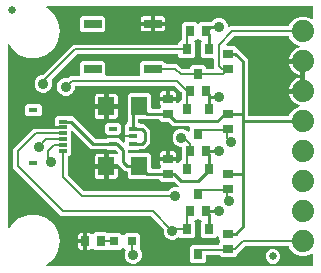
<source format=gbr>
G04 EAGLE Gerber RS-274X export*
G75*
%MOMM*%
%FSLAX34Y34*%
%LPD*%
%INTop Copper*%
%IPPOS*%
%AMOC8*
5,1,8,0,0,1.08239X$1,22.5*%
G01*
%ADD10R,0.800000X0.300000*%
%ADD11R,0.800000X0.400000*%
%ADD12R,0.900000X0.700000*%
%ADD13R,1.400000X1.600000*%
%ADD14R,0.750000X0.400000*%
%ADD15R,0.800000X0.900000*%
%ADD16R,0.700000X0.900000*%
%ADD17R,1.524000X0.762000*%
%ADD18R,0.800000X0.800000*%
%ADD19C,1.879600*%
%ADD20C,0.635000*%
%ADD21C,0.254000*%
%ADD22C,0.889000*%
%ADD23C,0.203200*%

G36*
X261482Y4073D02*
X261482Y4073D01*
X261540Y4071D01*
X261622Y4093D01*
X261706Y4105D01*
X261759Y4128D01*
X261815Y4143D01*
X261888Y4186D01*
X261965Y4221D01*
X262010Y4258D01*
X262060Y4288D01*
X262118Y4350D01*
X262182Y4404D01*
X262215Y4453D01*
X262254Y4495D01*
X262293Y4571D01*
X262340Y4641D01*
X262358Y4696D01*
X262384Y4748D01*
X262395Y4816D01*
X262426Y4912D01*
X262428Y5011D01*
X262440Y5079D01*
X262447Y13907D01*
X262431Y14021D01*
X262421Y14135D01*
X262412Y14161D01*
X262408Y14188D01*
X262361Y14293D01*
X262319Y14401D01*
X262303Y14423D01*
X262292Y14448D01*
X262218Y14535D01*
X262148Y14628D01*
X262126Y14644D01*
X262108Y14665D01*
X262013Y14729D01*
X261920Y14798D01*
X261895Y14807D01*
X261872Y14822D01*
X261762Y14857D01*
X261654Y14898D01*
X261627Y14900D01*
X261601Y14909D01*
X261486Y14912D01*
X261371Y14921D01*
X261347Y14915D01*
X261317Y14916D01*
X261055Y14848D01*
X261044Y14845D01*
X256476Y12953D01*
X251524Y12953D01*
X246949Y14848D01*
X243448Y18349D01*
X242471Y20709D01*
X242470Y20710D01*
X242470Y20711D01*
X242400Y20829D01*
X242327Y20953D01*
X242325Y20954D01*
X242325Y20956D01*
X242221Y21053D01*
X242120Y21149D01*
X242118Y21149D01*
X242117Y21150D01*
X241991Y21215D01*
X241867Y21279D01*
X241866Y21279D01*
X241864Y21280D01*
X241849Y21282D01*
X241588Y21334D01*
X241558Y21331D01*
X241533Y21335D01*
X205304Y21335D01*
X205218Y21323D01*
X205130Y21320D01*
X205078Y21303D01*
X205023Y21295D01*
X204943Y21260D01*
X204860Y21233D01*
X204820Y21205D01*
X204763Y21179D01*
X204650Y21083D01*
X204586Y21038D01*
X198346Y14798D01*
X198294Y14728D01*
X198234Y14664D01*
X198208Y14615D01*
X198175Y14571D01*
X198144Y14489D01*
X198104Y14411D01*
X198096Y14363D01*
X198074Y14305D01*
X198062Y14157D01*
X198060Y14149D01*
X196263Y12351D01*
X184737Y12351D01*
X183671Y13418D01*
X183601Y13470D01*
X183537Y13530D01*
X183487Y13556D01*
X183443Y13589D01*
X183362Y13620D01*
X183284Y13660D01*
X183236Y13668D01*
X183178Y13690D01*
X183030Y13702D01*
X182953Y13715D01*
X173164Y13715D01*
X173106Y13707D01*
X173048Y13709D01*
X172966Y13687D01*
X172882Y13675D01*
X172829Y13652D01*
X172773Y13637D01*
X172700Y13594D01*
X172623Y13559D01*
X172578Y13521D01*
X172528Y13492D01*
X172470Y13430D01*
X172406Y13376D01*
X172374Y13327D01*
X172334Y13284D01*
X172295Y13209D01*
X172248Y13139D01*
X172231Y13083D01*
X172204Y13031D01*
X172193Y12963D01*
X172163Y12868D01*
X172160Y12768D01*
X172149Y12700D01*
X172149Y8637D01*
X170363Y6851D01*
X159837Y6851D01*
X158051Y8637D01*
X158051Y20163D01*
X159837Y21949D01*
X170456Y21949D01*
X170478Y21940D01*
X170556Y21900D01*
X170604Y21892D01*
X170662Y21870D01*
X170810Y21858D01*
X170887Y21845D01*
X181936Y21845D01*
X181994Y21853D01*
X182052Y21851D01*
X182134Y21873D01*
X182218Y21885D01*
X182271Y21908D01*
X182327Y21923D01*
X182400Y21966D01*
X182477Y22001D01*
X182522Y22039D01*
X182572Y22068D01*
X182630Y22130D01*
X182694Y22184D01*
X182726Y22233D01*
X182766Y22276D01*
X182805Y22351D01*
X182852Y22421D01*
X182869Y22477D01*
X182896Y22529D01*
X182907Y22597D01*
X182937Y22692D01*
X182940Y22792D01*
X182951Y22860D01*
X182951Y23663D01*
X183971Y24682D01*
X183983Y24699D01*
X183996Y24709D01*
X184013Y24736D01*
X184048Y24769D01*
X184091Y24842D01*
X184141Y24909D01*
X184162Y24964D01*
X184192Y25014D01*
X184213Y25096D01*
X184243Y25175D01*
X184248Y25233D01*
X184262Y25290D01*
X184259Y25374D01*
X184266Y25458D01*
X184255Y25516D01*
X184253Y25574D01*
X184227Y25654D01*
X184210Y25737D01*
X184183Y25789D01*
X184165Y25845D01*
X184125Y25901D01*
X184079Y25989D01*
X184011Y26062D01*
X183971Y26118D01*
X182951Y27137D01*
X182951Y28489D01*
X182947Y28518D01*
X182950Y28547D01*
X182927Y28658D01*
X182911Y28770D01*
X182899Y28797D01*
X182894Y28826D01*
X182841Y28926D01*
X182795Y29030D01*
X182776Y29052D01*
X182763Y29078D01*
X182685Y29160D01*
X182612Y29247D01*
X182587Y29263D01*
X182567Y29284D01*
X182469Y29341D01*
X182375Y29404D01*
X182347Y29413D01*
X182322Y29428D01*
X182212Y29456D01*
X182104Y29490D01*
X182074Y29491D01*
X182046Y29498D01*
X181933Y29494D01*
X181820Y29497D01*
X181791Y29490D01*
X181762Y29489D01*
X181654Y29454D01*
X181545Y29425D01*
X181519Y29411D01*
X181491Y29401D01*
X181427Y29356D01*
X181300Y29280D01*
X181257Y29235D01*
X181218Y29207D01*
X179863Y27851D01*
X169337Y27851D01*
X167551Y29637D01*
X167551Y41163D01*
X167907Y41518D01*
X167924Y41542D01*
X167947Y41561D01*
X168009Y41655D01*
X168077Y41745D01*
X168088Y41773D01*
X168104Y41797D01*
X168138Y41905D01*
X168179Y42011D01*
X168181Y42040D01*
X168190Y42068D01*
X168193Y42182D01*
X168202Y42294D01*
X168197Y42323D01*
X168197Y42352D01*
X168169Y42462D01*
X168146Y42573D01*
X168133Y42599D01*
X168125Y42627D01*
X168068Y42725D01*
X168015Y42825D01*
X167995Y42847D01*
X167980Y42872D01*
X167898Y42949D01*
X167820Y43031D01*
X167794Y43046D01*
X167773Y43066D01*
X167672Y43118D01*
X167574Y43175D01*
X167546Y43182D01*
X167520Y43196D01*
X167442Y43209D01*
X167299Y43245D01*
X167236Y43243D01*
X167189Y43251D01*
X166837Y43251D01*
X165818Y44271D01*
X165771Y44306D01*
X165731Y44348D01*
X165658Y44391D01*
X165591Y44441D01*
X165536Y44462D01*
X165486Y44492D01*
X165404Y44513D01*
X165325Y44543D01*
X165267Y44548D01*
X165210Y44562D01*
X165126Y44559D01*
X165042Y44566D01*
X164984Y44555D01*
X164926Y44553D01*
X164846Y44527D01*
X164763Y44510D01*
X164711Y44483D01*
X164655Y44465D01*
X164599Y44425D01*
X164511Y44379D01*
X164438Y44311D01*
X164382Y44271D01*
X163363Y43251D01*
X163011Y43251D01*
X162982Y43247D01*
X162953Y43250D01*
X162842Y43227D01*
X162730Y43211D01*
X162703Y43199D01*
X162674Y43194D01*
X162574Y43141D01*
X162470Y43095D01*
X162448Y43076D01*
X162422Y43063D01*
X162340Y42985D01*
X162253Y42912D01*
X162237Y42887D01*
X162216Y42867D01*
X162159Y42769D01*
X162096Y42675D01*
X162087Y42647D01*
X162072Y42622D01*
X162044Y42512D01*
X162010Y42404D01*
X162009Y42374D01*
X162002Y42346D01*
X162006Y42233D01*
X162003Y42120D01*
X162010Y42091D01*
X162011Y42062D01*
X162046Y41954D01*
X162075Y41845D01*
X162089Y41819D01*
X162099Y41791D01*
X162144Y41727D01*
X162220Y41600D01*
X162265Y41557D01*
X162293Y41518D01*
X162649Y41163D01*
X162649Y29637D01*
X160863Y27851D01*
X150337Y27851D01*
X149721Y28467D01*
X149674Y28503D01*
X149634Y28545D01*
X149561Y28588D01*
X149494Y28638D01*
X149439Y28659D01*
X149389Y28689D01*
X149307Y28709D01*
X149228Y28740D01*
X149170Y28744D01*
X149113Y28759D01*
X149029Y28756D01*
X148945Y28763D01*
X148888Y28752D01*
X148829Y28750D01*
X148749Y28724D01*
X148666Y28707D01*
X148614Y28680D01*
X148559Y28662D01*
X148502Y28622D01*
X148414Y28576D01*
X148341Y28507D01*
X148285Y28467D01*
X147755Y27937D01*
X145001Y26796D01*
X142019Y26796D01*
X139265Y27937D01*
X137157Y30045D01*
X136016Y32799D01*
X136016Y35615D01*
X136004Y35701D01*
X136001Y35789D01*
X135984Y35841D01*
X135976Y35896D01*
X135941Y35976D01*
X135914Y36059D01*
X135886Y36099D01*
X135860Y36156D01*
X135764Y36269D01*
X135719Y36333D01*
X125614Y46438D01*
X125544Y46490D01*
X125480Y46550D01*
X125431Y46576D01*
X125386Y46609D01*
X125305Y46640D01*
X125227Y46680D01*
X125179Y46688D01*
X125121Y46710D01*
X124973Y46722D01*
X124896Y46735D01*
X49116Y46735D01*
X8635Y87216D01*
X8635Y103284D01*
X26216Y120865D01*
X43244Y120865D01*
X43302Y120873D01*
X43360Y120871D01*
X43442Y120893D01*
X43525Y120905D01*
X43579Y120928D01*
X43635Y120943D01*
X43708Y120986D01*
X43785Y121021D01*
X43829Y121059D01*
X43880Y121088D01*
X43938Y121150D01*
X44002Y121204D01*
X44034Y121253D01*
X44074Y121296D01*
X44113Y121371D01*
X44159Y121441D01*
X44177Y121497D01*
X44204Y121549D01*
X44215Y121617D01*
X44245Y121712D01*
X44248Y121812D01*
X44259Y121880D01*
X44259Y123109D01*
X44247Y123195D01*
X44244Y123283D01*
X44227Y123335D01*
X44219Y123390D01*
X44184Y123470D01*
X44157Y123553D01*
X44129Y123592D01*
X44103Y123650D01*
X44007Y123763D01*
X43962Y123827D01*
X43751Y124037D01*
X43751Y129563D01*
X45537Y131349D01*
X56081Y131349D01*
X56129Y131304D01*
X56178Y131278D01*
X56223Y131245D01*
X56304Y131214D01*
X56382Y131174D01*
X56430Y131166D01*
X56488Y131144D01*
X56636Y131132D01*
X56713Y131119D01*
X59139Y131119D01*
X77842Y112416D01*
X77911Y112364D01*
X77975Y112304D01*
X78025Y112278D01*
X78069Y112245D01*
X78150Y112214D01*
X78228Y112174D01*
X78276Y112166D01*
X78334Y112144D01*
X78482Y112132D01*
X78559Y112119D01*
X87187Y112119D01*
X87273Y112131D01*
X87361Y112134D01*
X87413Y112151D01*
X87468Y112159D01*
X87548Y112194D01*
X87631Y112221D01*
X87671Y112249D01*
X87728Y112275D01*
X87841Y112371D01*
X87905Y112416D01*
X88337Y112849D01*
X98363Y112849D01*
X100149Y111063D01*
X100149Y110849D01*
X100161Y110763D01*
X100164Y110675D01*
X100181Y110623D01*
X100189Y110568D01*
X100224Y110488D01*
X100251Y110405D01*
X100279Y110366D01*
X100305Y110309D01*
X100401Y110195D01*
X100446Y110132D01*
X101318Y109259D01*
X101342Y109242D01*
X101361Y109219D01*
X101455Y109157D01*
X101545Y109089D01*
X101573Y109078D01*
X101597Y109062D01*
X101705Y109028D01*
X101811Y108987D01*
X101840Y108985D01*
X101868Y108976D01*
X101982Y108973D01*
X102094Y108964D01*
X102123Y108970D01*
X102152Y108969D01*
X102262Y108997D01*
X102373Y109020D01*
X102399Y109033D01*
X102427Y109041D01*
X102525Y109098D01*
X102625Y109151D01*
X102647Y109171D01*
X102672Y109186D01*
X102749Y109268D01*
X102831Y109346D01*
X102846Y109372D01*
X102866Y109393D01*
X102918Y109494D01*
X102975Y109592D01*
X102982Y109620D01*
X102996Y109646D01*
X103009Y109724D01*
X103045Y109867D01*
X103043Y109930D01*
X103051Y109977D01*
X103051Y111063D01*
X103262Y111273D01*
X103314Y111343D01*
X103374Y111407D01*
X103400Y111457D01*
X103433Y111501D01*
X103464Y111582D01*
X103504Y111660D01*
X103512Y111708D01*
X103534Y111766D01*
X103546Y111914D01*
X103559Y111991D01*
X103559Y113285D01*
X109850Y113285D01*
X109908Y113293D01*
X109966Y113291D01*
X110048Y113313D01*
X110131Y113324D01*
X110185Y113348D01*
X110241Y113363D01*
X110314Y113406D01*
X110391Y113441D01*
X110435Y113478D01*
X110485Y113508D01*
X110543Y113570D01*
X110608Y113624D01*
X110640Y113673D01*
X110680Y113716D01*
X110718Y113791D01*
X110765Y113861D01*
X110783Y113917D01*
X110809Y113969D01*
X110821Y114037D01*
X110851Y114132D01*
X110854Y114232D01*
X110865Y114300D01*
X110857Y114358D01*
X110858Y114416D01*
X110837Y114498D01*
X110825Y114582D01*
X110801Y114635D01*
X110786Y114692D01*
X110743Y114764D01*
X110709Y114841D01*
X110671Y114886D01*
X110641Y114936D01*
X110580Y114994D01*
X110525Y115058D01*
X110477Y115090D01*
X110434Y115130D01*
X110359Y115169D01*
X110289Y115216D01*
X110233Y115233D01*
X110181Y115260D01*
X110113Y115271D01*
X110018Y115301D01*
X109918Y115304D01*
X109850Y115315D01*
X103559Y115315D01*
X103559Y116609D01*
X103547Y116695D01*
X103544Y116783D01*
X103527Y116835D01*
X103519Y116890D01*
X103484Y116970D01*
X103457Y117053D01*
X103429Y117092D01*
X103403Y117150D01*
X103307Y117263D01*
X103262Y117327D01*
X103051Y117537D01*
X103051Y124063D01*
X104928Y125939D01*
X104980Y125970D01*
X105057Y126005D01*
X105102Y126043D01*
X105152Y126072D01*
X105210Y126134D01*
X105274Y126188D01*
X105306Y126237D01*
X105346Y126280D01*
X105385Y126355D01*
X105432Y126425D01*
X105449Y126481D01*
X105476Y126533D01*
X105487Y126601D01*
X105517Y126696D01*
X105520Y126796D01*
X105531Y126864D01*
X105531Y136018D01*
X105538Y136102D01*
X105551Y136179D01*
X105551Y148963D01*
X107337Y150749D01*
X123863Y150749D01*
X125649Y148963D01*
X125649Y138534D01*
X125657Y138476D01*
X125655Y138418D01*
X125677Y138336D01*
X125689Y138252D01*
X125712Y138199D01*
X125727Y138143D01*
X125770Y138070D01*
X125805Y137993D01*
X125843Y137948D01*
X125872Y137898D01*
X125934Y137840D01*
X125988Y137776D01*
X126037Y137744D01*
X126080Y137704D01*
X126155Y137665D01*
X126225Y137618D01*
X126281Y137601D01*
X126333Y137574D01*
X126401Y137563D01*
X126496Y137533D01*
X126596Y137530D01*
X126664Y137519D01*
X131287Y137519D01*
X131373Y137531D01*
X131461Y137534D01*
X131513Y137551D01*
X131568Y137559D01*
X131648Y137594D01*
X131731Y137621D01*
X131770Y137649D01*
X131828Y137675D01*
X131941Y137771D01*
X132005Y137816D01*
X133530Y139341D01*
X133565Y139388D01*
X133607Y139428D01*
X133650Y139501D01*
X133701Y139568D01*
X133722Y139623D01*
X133751Y139674D01*
X133772Y139755D01*
X133802Y139834D01*
X133807Y139893D01*
X133821Y139949D01*
X133818Y140033D01*
X133825Y140117D01*
X133814Y140175D01*
X133812Y140233D01*
X133786Y140313D01*
X133770Y140396D01*
X133743Y140448D01*
X133725Y140504D01*
X133685Y140560D01*
X133639Y140649D01*
X133570Y140721D01*
X133560Y140735D01*
X133554Y140744D01*
X133551Y140747D01*
X133530Y140777D01*
X133167Y141140D01*
X132832Y141719D01*
X132659Y142366D01*
X132659Y144451D01*
X138966Y144451D01*
X139024Y144459D01*
X139082Y144457D01*
X139164Y144479D01*
X139247Y144491D01*
X139301Y144514D01*
X139357Y144529D01*
X139430Y144572D01*
X139507Y144607D01*
X139551Y144645D01*
X139602Y144674D01*
X139659Y144736D01*
X139703Y144773D01*
X139704Y144772D01*
X139759Y144708D01*
X139807Y144676D01*
X139850Y144636D01*
X139925Y144597D01*
X139995Y144550D01*
X140051Y144533D01*
X140103Y144506D01*
X140171Y144495D01*
X140266Y144465D01*
X140366Y144462D01*
X140434Y144451D01*
X146741Y144451D01*
X146741Y143403D01*
X146745Y143374D01*
X146742Y143345D01*
X146765Y143234D01*
X146781Y143122D01*
X146792Y143095D01*
X146798Y143066D01*
X146850Y142966D01*
X146897Y142862D01*
X146916Y142840D01*
X146929Y142814D01*
X147007Y142732D01*
X147080Y142645D01*
X147105Y142629D01*
X147125Y142608D01*
X147223Y142551D01*
X147317Y142488D01*
X147345Y142479D01*
X147370Y142464D01*
X147480Y142436D01*
X147588Y142402D01*
X147617Y142401D01*
X147646Y142394D01*
X147759Y142398D01*
X147872Y142395D01*
X147901Y142402D01*
X147930Y142403D01*
X148038Y142438D01*
X148147Y142467D01*
X148173Y142482D01*
X148200Y142491D01*
X148264Y142536D01*
X148392Y142612D01*
X148435Y142657D01*
X148474Y142685D01*
X150337Y144549D01*
X150520Y144549D01*
X150578Y144557D01*
X150636Y144555D01*
X150718Y144577D01*
X150802Y144589D01*
X150855Y144612D01*
X150911Y144627D01*
X150984Y144670D01*
X151061Y144705D01*
X151106Y144743D01*
X151156Y144772D01*
X151214Y144834D01*
X151278Y144888D01*
X151310Y144937D01*
X151350Y144980D01*
X151389Y145055D01*
X151436Y145125D01*
X151453Y145181D01*
X151480Y145233D01*
X151491Y145301D01*
X151521Y145396D01*
X151524Y145496D01*
X151535Y145564D01*
X151535Y150906D01*
X151523Y150992D01*
X151520Y151080D01*
X151503Y151133D01*
X151495Y151187D01*
X151460Y151267D01*
X151433Y151350D01*
X151405Y151390D01*
X151379Y151447D01*
X151283Y151560D01*
X151238Y151624D01*
X145934Y156928D01*
X145864Y156980D01*
X145800Y157040D01*
X145751Y157066D01*
X145707Y157099D01*
X145625Y157130D01*
X145547Y157170D01*
X145499Y157178D01*
X145441Y157200D01*
X145293Y157212D01*
X145216Y157225D01*
X61849Y157225D01*
X61791Y157217D01*
X61733Y157219D01*
X61651Y157197D01*
X61567Y157185D01*
X61514Y157162D01*
X61458Y157147D01*
X61385Y157104D01*
X61308Y157069D01*
X61263Y157031D01*
X61213Y157002D01*
X61155Y156940D01*
X61091Y156886D01*
X61059Y156837D01*
X61019Y156794D01*
X60980Y156719D01*
X60933Y156649D01*
X60916Y156593D01*
X60889Y156541D01*
X60878Y156473D01*
X60848Y156378D01*
X60845Y156278D01*
X60834Y156210D01*
X60834Y154719D01*
X59693Y151965D01*
X57585Y149857D01*
X54831Y148716D01*
X51849Y148716D01*
X49095Y149857D01*
X46987Y151965D01*
X45846Y154719D01*
X45846Y157701D01*
X46987Y160455D01*
X49095Y162563D01*
X51849Y163704D01*
X54665Y163704D01*
X54751Y163716D01*
X54839Y163719D01*
X54891Y163736D01*
X54946Y163744D01*
X55026Y163779D01*
X55109Y163806D01*
X55149Y163834D01*
X55206Y163860D01*
X55319Y163956D01*
X55383Y164001D01*
X56736Y165355D01*
X64516Y165355D01*
X64574Y165363D01*
X64632Y165361D01*
X64714Y165383D01*
X64798Y165395D01*
X64851Y165418D01*
X64907Y165433D01*
X64980Y165476D01*
X65057Y165511D01*
X65102Y165549D01*
X65152Y165578D01*
X65210Y165640D01*
X65274Y165694D01*
X65306Y165743D01*
X65346Y165786D01*
X65385Y165861D01*
X65432Y165931D01*
X65449Y165987D01*
X65476Y166039D01*
X65487Y166107D01*
X65517Y166202D01*
X65520Y166302D01*
X65531Y166370D01*
X65531Y176523D01*
X67317Y178309D01*
X85083Y178309D01*
X86869Y176523D01*
X86869Y166370D01*
X86877Y166312D01*
X86875Y166254D01*
X86897Y166172D01*
X86909Y166088D01*
X86932Y166035D01*
X86947Y165979D01*
X86990Y165906D01*
X87025Y165829D01*
X87063Y165784D01*
X87092Y165734D01*
X87154Y165676D01*
X87208Y165612D01*
X87257Y165580D01*
X87300Y165540D01*
X87375Y165501D01*
X87445Y165454D01*
X87501Y165437D01*
X87553Y165410D01*
X87621Y165399D01*
X87716Y165369D01*
X87816Y165366D01*
X87884Y165355D01*
X115316Y165355D01*
X115374Y165363D01*
X115432Y165361D01*
X115514Y165383D01*
X115598Y165395D01*
X115651Y165418D01*
X115707Y165433D01*
X115780Y165476D01*
X115857Y165511D01*
X115902Y165549D01*
X115952Y165578D01*
X116010Y165640D01*
X116074Y165694D01*
X116106Y165743D01*
X116146Y165786D01*
X116185Y165861D01*
X116232Y165931D01*
X116249Y165987D01*
X116276Y166039D01*
X116287Y166107D01*
X116317Y166202D01*
X116320Y166302D01*
X116331Y166370D01*
X116331Y176523D01*
X118117Y178309D01*
X135883Y178309D01*
X137670Y176522D01*
X137677Y176472D01*
X137675Y176414D01*
X137697Y176332D01*
X137709Y176248D01*
X137732Y176195D01*
X137747Y176139D01*
X137790Y176066D01*
X137825Y175989D01*
X137863Y175944D01*
X137892Y175894D01*
X137954Y175836D01*
X138008Y175772D01*
X138057Y175740D01*
X138100Y175700D01*
X138175Y175661D01*
X138245Y175614D01*
X138301Y175597D01*
X138353Y175570D01*
X138421Y175559D01*
X138516Y175529D01*
X138616Y175526D01*
X138684Y175515D01*
X147734Y175515D01*
X152086Y171162D01*
X152156Y171110D01*
X152220Y171050D01*
X152269Y171024D01*
X152314Y170991D01*
X152395Y170960D01*
X152473Y170920D01*
X152521Y170912D01*
X152579Y170890D01*
X152727Y170878D01*
X152804Y170865D01*
X157036Y170865D01*
X157094Y170873D01*
X157152Y170871D01*
X157234Y170893D01*
X157318Y170905D01*
X157371Y170928D01*
X157427Y170943D01*
X157500Y170986D01*
X157577Y171021D01*
X157622Y171059D01*
X157672Y171088D01*
X157730Y171150D01*
X157794Y171204D01*
X157826Y171253D01*
X157866Y171296D01*
X157905Y171371D01*
X157952Y171441D01*
X157969Y171497D01*
X157996Y171549D01*
X158007Y171617D01*
X158037Y171712D01*
X158040Y171812D01*
X158051Y171880D01*
X158051Y172563D01*
X159837Y174349D01*
X170363Y174349D01*
X172149Y172563D01*
X172149Y171880D01*
X172157Y171822D01*
X172155Y171764D01*
X172177Y171682D01*
X172189Y171598D01*
X172212Y171545D01*
X172227Y171489D01*
X172270Y171416D01*
X172305Y171339D01*
X172343Y171294D01*
X172372Y171244D01*
X172434Y171186D01*
X172488Y171122D01*
X172537Y171090D01*
X172580Y171050D01*
X172655Y171011D01*
X172725Y170964D01*
X172781Y170947D01*
X172833Y170920D01*
X172901Y170909D01*
X172996Y170879D01*
X173096Y170876D01*
X173164Y170865D01*
X177806Y170865D01*
X177836Y170869D01*
X177867Y170867D01*
X177977Y170889D01*
X178087Y170905D01*
X178115Y170917D01*
X178145Y170923D01*
X178245Y170975D01*
X178347Y171021D01*
X178370Y171041D01*
X178397Y171055D01*
X178478Y171132D01*
X178564Y171204D01*
X178581Y171230D01*
X178603Y171251D01*
X178659Y171348D01*
X178721Y171441D01*
X178731Y171470D01*
X178746Y171497D01*
X178773Y171605D01*
X178807Y171712D01*
X178808Y171743D01*
X178815Y171773D01*
X178812Y171867D01*
X178815Y171886D01*
X178815Y179236D01*
X178807Y179294D01*
X178809Y179352D01*
X178787Y179434D01*
X178775Y179518D01*
X178752Y179571D01*
X178737Y179627D01*
X178694Y179700D01*
X178659Y179777D01*
X178621Y179822D01*
X178592Y179872D01*
X178530Y179930D01*
X178476Y179994D01*
X178427Y180026D01*
X178384Y180066D01*
X178309Y180105D01*
X178239Y180152D01*
X178183Y180169D01*
X178131Y180196D01*
X178063Y180207D01*
X177968Y180237D01*
X177868Y180240D01*
X177800Y180251D01*
X169337Y180251D01*
X167551Y182037D01*
X167551Y193563D01*
X167907Y193918D01*
X167924Y193942D01*
X167947Y193961D01*
X168009Y194055D01*
X168077Y194145D01*
X168088Y194173D01*
X168104Y194197D01*
X168138Y194305D01*
X168179Y194411D01*
X168181Y194440D01*
X168190Y194468D01*
X168193Y194582D01*
X168202Y194694D01*
X168197Y194723D01*
X168197Y194752D01*
X168169Y194862D01*
X168146Y194973D01*
X168133Y194999D01*
X168125Y195027D01*
X168068Y195125D01*
X168015Y195225D01*
X167995Y195247D01*
X167980Y195272D01*
X167898Y195349D01*
X167820Y195431D01*
X167794Y195446D01*
X167773Y195466D01*
X167672Y195518D01*
X167574Y195575D01*
X167546Y195582D01*
X167520Y195596D01*
X167442Y195609D01*
X167299Y195645D01*
X167236Y195643D01*
X167189Y195651D01*
X166837Y195651D01*
X165818Y196671D01*
X165771Y196706D01*
X165731Y196748D01*
X165705Y196763D01*
X165690Y196777D01*
X165646Y196800D01*
X165591Y196841D01*
X165536Y196862D01*
X165486Y196892D01*
X165446Y196902D01*
X165437Y196907D01*
X165408Y196912D01*
X165404Y196913D01*
X165325Y196943D01*
X165267Y196948D01*
X165210Y196962D01*
X165126Y196959D01*
X165121Y196960D01*
X165106Y196962D01*
X165094Y196962D01*
X165093Y196962D01*
X165042Y196966D01*
X164984Y196955D01*
X164926Y196953D01*
X164846Y196927D01*
X164813Y196922D01*
X164804Y196919D01*
X164763Y196910D01*
X164711Y196883D01*
X164655Y196865D01*
X164604Y196829D01*
X164553Y196806D01*
X164539Y196794D01*
X164511Y196779D01*
X164438Y196711D01*
X164382Y196671D01*
X163363Y195651D01*
X163011Y195651D01*
X162982Y195647D01*
X162953Y195650D01*
X162842Y195627D01*
X162730Y195611D01*
X162703Y195599D01*
X162674Y195594D01*
X162574Y195541D01*
X162470Y195495D01*
X162448Y195476D01*
X162422Y195463D01*
X162340Y195385D01*
X162253Y195312D01*
X162237Y195287D01*
X162216Y195267D01*
X162159Y195169D01*
X162096Y195075D01*
X162087Y195047D01*
X162072Y195022D01*
X162044Y194912D01*
X162010Y194804D01*
X162009Y194774D01*
X162002Y194746D01*
X162006Y194633D01*
X162003Y194520D01*
X162010Y194491D01*
X162011Y194462D01*
X162046Y194354D01*
X162075Y194245D01*
X162089Y194219D01*
X162099Y194191D01*
X162144Y194127D01*
X162220Y194000D01*
X162265Y193957D01*
X162293Y193918D01*
X162649Y193563D01*
X162649Y182037D01*
X160863Y180251D01*
X150337Y180251D01*
X148551Y182037D01*
X148551Y182720D01*
X148543Y182778D01*
X148545Y182836D01*
X148523Y182918D01*
X148511Y183002D01*
X148488Y183055D01*
X148473Y183111D01*
X148430Y183184D01*
X148395Y183261D01*
X148357Y183306D01*
X148328Y183356D01*
X148266Y183414D01*
X148212Y183478D01*
X148163Y183510D01*
X148120Y183550D01*
X148045Y183589D01*
X147975Y183636D01*
X147919Y183653D01*
X147867Y183680D01*
X147799Y183691D01*
X147704Y183721D01*
X147604Y183724D01*
X147536Y183735D01*
X62904Y183735D01*
X62818Y183723D01*
X62730Y183720D01*
X62678Y183703D01*
X62623Y183695D01*
X62543Y183660D01*
X62460Y183633D01*
X62420Y183605D01*
X62363Y183579D01*
X62250Y183483D01*
X62186Y183438D01*
X41445Y162696D01*
X41444Y162695D01*
X41443Y162694D01*
X41358Y162581D01*
X41274Y162469D01*
X41273Y162468D01*
X41272Y162467D01*
X41223Y162335D01*
X41173Y162204D01*
X41173Y162202D01*
X41172Y162201D01*
X41160Y162056D01*
X41149Y161920D01*
X41149Y161919D01*
X41149Y161917D01*
X41153Y161902D01*
X41205Y161642D01*
X41219Y161614D01*
X41225Y161590D01*
X41784Y160241D01*
X41784Y157259D01*
X40643Y154505D01*
X38535Y152397D01*
X35781Y151256D01*
X32799Y151256D01*
X30045Y152397D01*
X27937Y154505D01*
X26796Y157259D01*
X26796Y160241D01*
X27937Y162995D01*
X30045Y165103D01*
X32799Y166244D01*
X33075Y166244D01*
X33161Y166256D01*
X33249Y166259D01*
X33301Y166276D01*
X33356Y166284D01*
X33436Y166319D01*
X33519Y166346D01*
X33559Y166374D01*
X33616Y166400D01*
X33729Y166496D01*
X33793Y166541D01*
X59116Y191865D01*
X147536Y191865D01*
X147594Y191873D01*
X147652Y191871D01*
X147734Y191893D01*
X147818Y191905D01*
X147871Y191928D01*
X147927Y191943D01*
X148000Y191986D01*
X148077Y192021D01*
X148122Y192059D01*
X148172Y192088D01*
X148230Y192150D01*
X148294Y192204D01*
X148326Y192253D01*
X148366Y192296D01*
X148405Y192371D01*
X148452Y192441D01*
X148469Y192497D01*
X148496Y192549D01*
X148507Y192617D01*
X148537Y192712D01*
X148540Y192812D01*
X148551Y192880D01*
X148551Y193563D01*
X150337Y195349D01*
X150520Y195349D01*
X150578Y195357D01*
X150636Y195355D01*
X150718Y195377D01*
X150802Y195389D01*
X150855Y195412D01*
X150911Y195427D01*
X150984Y195470D01*
X151061Y195505D01*
X151106Y195543D01*
X151156Y195572D01*
X151214Y195634D01*
X151278Y195688D01*
X151310Y195737D01*
X151350Y195780D01*
X151389Y195855D01*
X151436Y195925D01*
X151453Y195981D01*
X151480Y196033D01*
X151491Y196101D01*
X151521Y196196D01*
X151524Y196296D01*
X151535Y196364D01*
X151535Y201884D01*
X151754Y202102D01*
X151806Y202172D01*
X151866Y202236D01*
X151892Y202285D01*
X151925Y202330D01*
X151956Y202411D01*
X151996Y202489D01*
X152004Y202537D01*
X152026Y202595D01*
X152038Y202743D01*
X152051Y202820D01*
X152051Y208963D01*
X153837Y210749D01*
X163363Y210749D01*
X164382Y209729D01*
X164429Y209694D01*
X164469Y209652D01*
X164542Y209609D01*
X164609Y209559D01*
X164664Y209538D01*
X164714Y209508D01*
X164796Y209487D01*
X164875Y209457D01*
X164933Y209452D01*
X164990Y209438D01*
X165074Y209441D01*
X165158Y209434D01*
X165216Y209445D01*
X165274Y209447D01*
X165354Y209473D01*
X165437Y209490D01*
X165489Y209517D01*
X165545Y209535D01*
X165601Y209575D01*
X165689Y209621D01*
X165762Y209689D01*
X165818Y209729D01*
X166837Y210749D01*
X172621Y210749D01*
X172707Y210761D01*
X172795Y210764D01*
X172847Y210781D01*
X172902Y210789D01*
X172982Y210824D01*
X173065Y210851D01*
X173104Y210879D01*
X173162Y210905D01*
X173275Y211001D01*
X173339Y211046D01*
X173621Y211329D01*
X176180Y211329D01*
X176267Y211341D01*
X176354Y211344D01*
X176407Y211361D01*
X176462Y211369D01*
X176542Y211404D01*
X176625Y211431D01*
X176664Y211459D01*
X176721Y211485D01*
X176835Y211581D01*
X176898Y211626D01*
X178635Y213363D01*
X181389Y214504D01*
X184371Y214504D01*
X187125Y213363D01*
X189233Y211255D01*
X190374Y208501D01*
X190374Y207463D01*
X190378Y207434D01*
X190375Y207405D01*
X190398Y207294D01*
X190414Y207182D01*
X190426Y207155D01*
X190431Y207126D01*
X190484Y207025D01*
X190530Y206922D01*
X190549Y206900D01*
X190562Y206874D01*
X190640Y206792D01*
X190713Y206705D01*
X190738Y206689D01*
X190758Y206668D01*
X190856Y206610D01*
X190950Y206548D01*
X190978Y206539D01*
X191003Y206524D01*
X191113Y206496D01*
X191221Y206462D01*
X191251Y206461D01*
X191279Y206454D01*
X191392Y206457D01*
X191505Y206455D01*
X191534Y206462D01*
X191563Y206463D01*
X191671Y206498D01*
X191780Y206526D01*
X191806Y206541D01*
X191834Y206550D01*
X191898Y206596D01*
X192025Y206672D01*
X192068Y206717D01*
X192107Y206745D01*
X192626Y207265D01*
X241533Y207265D01*
X241535Y207265D01*
X241536Y207265D01*
X241676Y207285D01*
X241815Y207305D01*
X241816Y207305D01*
X241818Y207305D01*
X241943Y207362D01*
X242074Y207421D01*
X242075Y207422D01*
X242077Y207423D01*
X242184Y207514D01*
X242291Y207604D01*
X242292Y207606D01*
X242293Y207607D01*
X242301Y207620D01*
X242449Y207841D01*
X242458Y207870D01*
X242471Y207891D01*
X243448Y210251D01*
X246949Y213752D01*
X251524Y215647D01*
X256476Y215647D01*
X261219Y213682D01*
X261330Y213653D01*
X261439Y213619D01*
X261467Y213618D01*
X261495Y213611D01*
X261609Y213614D01*
X261723Y213611D01*
X261751Y213618D01*
X261779Y213619D01*
X261888Y213654D01*
X261998Y213683D01*
X262023Y213697D01*
X262050Y213706D01*
X262145Y213770D01*
X262243Y213828D01*
X262262Y213848D01*
X262286Y213864D01*
X262359Y213952D01*
X262438Y214035D01*
X262450Y214060D01*
X262469Y214082D01*
X262515Y214186D01*
X262567Y214288D01*
X262571Y214313D01*
X262584Y214341D01*
X262620Y214601D01*
X262623Y214619D01*
X262631Y223519D01*
X262623Y223577D01*
X262624Y223636D01*
X262603Y223718D01*
X262591Y223801D01*
X262567Y223854D01*
X262552Y223911D01*
X262509Y223984D01*
X262475Y224060D01*
X262437Y224105D01*
X262407Y224156D01*
X262346Y224213D01*
X262292Y224277D01*
X262243Y224310D01*
X262200Y224350D01*
X262125Y224389D01*
X262055Y224435D01*
X261999Y224453D01*
X261947Y224480D01*
X261879Y224491D01*
X261784Y224521D01*
X261684Y224524D01*
X261616Y224535D01*
X37933Y224535D01*
X37860Y224525D01*
X37786Y224525D01*
X37720Y224505D01*
X37651Y224495D01*
X37584Y224465D01*
X37514Y224445D01*
X37455Y224408D01*
X37392Y224379D01*
X37336Y224332D01*
X37274Y224292D01*
X37228Y224240D01*
X37175Y224196D01*
X37134Y224134D01*
X37085Y224079D01*
X37056Y224017D01*
X37017Y223959D01*
X36995Y223889D01*
X36964Y223822D01*
X36952Y223754D01*
X36932Y223688D01*
X36930Y223614D01*
X36918Y223542D01*
X36926Y223473D01*
X36924Y223404D01*
X36943Y223333D01*
X36952Y223259D01*
X36979Y223196D01*
X36996Y223129D01*
X37034Y223065D01*
X37062Y222998D01*
X37101Y222953D01*
X37141Y222884D01*
X37231Y222800D01*
X37280Y222742D01*
X42985Y217956D01*
X46971Y211051D01*
X48355Y203200D01*
X46971Y195349D01*
X42985Y188445D01*
X36878Y183320D01*
X29386Y180593D01*
X21414Y180593D01*
X13922Y183320D01*
X7815Y188444D01*
X5959Y191659D01*
X5947Y191674D01*
X5939Y191692D01*
X5860Y191786D01*
X5784Y191883D01*
X5768Y191894D01*
X5755Y191909D01*
X5653Y191978D01*
X5554Y192049D01*
X5535Y192056D01*
X5519Y192067D01*
X5401Y192104D01*
X5286Y192146D01*
X5266Y192147D01*
X5248Y192153D01*
X5125Y192156D01*
X5002Y192164D01*
X4983Y192159D01*
X4964Y192160D01*
X4845Y192129D01*
X4725Y192102D01*
X4707Y192093D01*
X4689Y192088D01*
X4583Y192026D01*
X4475Y191967D01*
X4461Y191953D01*
X4444Y191943D01*
X4360Y191853D01*
X4273Y191767D01*
X4263Y191750D01*
X4250Y191736D01*
X4194Y191626D01*
X4134Y191519D01*
X4129Y191500D01*
X4120Y191482D01*
X4108Y191410D01*
X4069Y191242D01*
X4071Y191191D01*
X4065Y191151D01*
X4065Y37449D01*
X4067Y37429D01*
X4065Y37410D01*
X4087Y37289D01*
X4105Y37167D01*
X4113Y37149D01*
X4116Y37130D01*
X4171Y37020D01*
X4221Y36908D01*
X4233Y36893D01*
X4242Y36875D01*
X4325Y36784D01*
X4404Y36691D01*
X4421Y36680D01*
X4434Y36665D01*
X4539Y36601D01*
X4641Y36533D01*
X4660Y36527D01*
X4676Y36517D01*
X4795Y36484D01*
X4912Y36447D01*
X4932Y36447D01*
X4951Y36442D01*
X5073Y36443D01*
X5196Y36440D01*
X5215Y36445D01*
X5235Y36445D01*
X5353Y36481D01*
X5471Y36512D01*
X5488Y36522D01*
X5507Y36528D01*
X5610Y36594D01*
X5716Y36657D01*
X5729Y36671D01*
X5746Y36682D01*
X5792Y36739D01*
X5910Y36864D01*
X5934Y36910D01*
X5959Y36941D01*
X7815Y40156D01*
X13922Y45280D01*
X21414Y48007D01*
X29386Y48007D01*
X36878Y45280D01*
X42985Y40156D01*
X46971Y33251D01*
X48355Y25400D01*
X46971Y17549D01*
X42985Y10645D01*
X37280Y5858D01*
X37231Y5803D01*
X37175Y5755D01*
X37136Y5698D01*
X37090Y5646D01*
X37058Y5580D01*
X37017Y5519D01*
X36996Y5453D01*
X36966Y5390D01*
X36954Y5318D01*
X36932Y5248D01*
X36930Y5179D01*
X36918Y5110D01*
X36926Y5037D01*
X36924Y4964D01*
X36942Y4897D01*
X36949Y4828D01*
X36977Y4760D01*
X36996Y4689D01*
X37031Y4629D01*
X37058Y4565D01*
X37104Y4507D01*
X37141Y4444D01*
X37192Y4397D01*
X37235Y4343D01*
X37295Y4300D01*
X37349Y4250D01*
X37410Y4218D01*
X37467Y4178D01*
X37536Y4154D01*
X37602Y4120D01*
X37660Y4110D01*
X37735Y4084D01*
X37857Y4077D01*
X37933Y4065D01*
X261424Y4065D01*
X261482Y4073D01*
G37*
G36*
X241640Y131319D02*
X241640Y131319D01*
X241641Y131319D01*
X241781Y131339D01*
X241920Y131359D01*
X241921Y131359D01*
X241923Y131359D01*
X242049Y131416D01*
X242179Y131475D01*
X242180Y131476D01*
X242182Y131477D01*
X242287Y131566D01*
X242396Y131658D01*
X242397Y131660D01*
X242398Y131661D01*
X242406Y131674D01*
X242554Y131895D01*
X242563Y131924D01*
X242576Y131945D01*
X243448Y134051D01*
X246949Y137552D01*
X250611Y139069D01*
X250671Y139104D01*
X250735Y139130D01*
X250793Y139176D01*
X250856Y139213D01*
X250904Y139263D01*
X250958Y139306D01*
X251001Y139366D01*
X251051Y139420D01*
X251083Y139481D01*
X251123Y139538D01*
X251148Y139607D01*
X251182Y139673D01*
X251195Y139740D01*
X251218Y139806D01*
X251222Y139879D01*
X251237Y139952D01*
X251231Y140020D01*
X251235Y140089D01*
X251219Y140161D01*
X251212Y140235D01*
X251187Y140299D01*
X251172Y140367D01*
X251137Y140431D01*
X251110Y140500D01*
X251069Y140555D01*
X251035Y140616D01*
X250983Y140668D01*
X250939Y140727D01*
X250883Y140768D01*
X250834Y140817D01*
X250779Y140846D01*
X250711Y140897D01*
X250603Y140938D01*
X250537Y140972D01*
X249417Y141336D01*
X247743Y142189D01*
X246222Y143294D01*
X244894Y144622D01*
X243789Y146143D01*
X242936Y147817D01*
X242355Y149604D01*
X242234Y150369D01*
X252984Y150369D01*
X253042Y150377D01*
X253100Y150375D01*
X253182Y150397D01*
X253265Y150409D01*
X253319Y150433D01*
X253375Y150447D01*
X253448Y150490D01*
X253525Y150525D01*
X253569Y150563D01*
X253620Y150593D01*
X253677Y150654D01*
X253742Y150709D01*
X253774Y150757D01*
X253814Y150800D01*
X253853Y150875D01*
X253899Y150945D01*
X253917Y151001D01*
X253944Y151053D01*
X253955Y151121D01*
X253985Y151216D01*
X253988Y151316D01*
X253999Y151384D01*
X253999Y152401D01*
X255016Y152401D01*
X255074Y152409D01*
X255132Y152408D01*
X255214Y152429D01*
X255297Y152441D01*
X255351Y152465D01*
X255407Y152479D01*
X255480Y152522D01*
X255557Y152557D01*
X255602Y152595D01*
X255652Y152625D01*
X255710Y152686D01*
X255774Y152741D01*
X255806Y152789D01*
X255846Y152832D01*
X255885Y152907D01*
X255931Y152977D01*
X255949Y153033D01*
X255976Y153085D01*
X255987Y153153D01*
X256017Y153248D01*
X256020Y153348D01*
X256031Y153416D01*
X256031Y176784D01*
X256023Y176842D01*
X256025Y176900D01*
X256003Y176982D01*
X255991Y177065D01*
X255967Y177119D01*
X255953Y177175D01*
X255910Y177248D01*
X255875Y177325D01*
X255837Y177369D01*
X255807Y177420D01*
X255746Y177477D01*
X255691Y177542D01*
X255643Y177574D01*
X255600Y177614D01*
X255525Y177653D01*
X255455Y177699D01*
X255399Y177717D01*
X255347Y177744D01*
X255279Y177755D01*
X255184Y177785D01*
X255084Y177788D01*
X255016Y177799D01*
X253999Y177799D01*
X253999Y178816D01*
X253991Y178874D01*
X253992Y178932D01*
X253971Y179014D01*
X253959Y179097D01*
X253935Y179151D01*
X253921Y179207D01*
X253878Y179280D01*
X253843Y179357D01*
X253805Y179402D01*
X253775Y179452D01*
X253714Y179510D01*
X253659Y179574D01*
X253611Y179606D01*
X253568Y179646D01*
X253493Y179685D01*
X253423Y179731D01*
X253367Y179749D01*
X253315Y179776D01*
X253247Y179787D01*
X253152Y179817D01*
X253052Y179820D01*
X252984Y179831D01*
X242234Y179831D01*
X242355Y180596D01*
X242936Y182383D01*
X243789Y184057D01*
X244894Y185578D01*
X246222Y186906D01*
X247743Y188011D01*
X249417Y188864D01*
X250537Y189228D01*
X250599Y189258D01*
X250665Y189279D01*
X250726Y189320D01*
X250792Y189353D01*
X250843Y189399D01*
X250901Y189438D01*
X250948Y189494D01*
X251003Y189543D01*
X251039Y189602D01*
X251084Y189655D01*
X251114Y189722D01*
X251153Y189785D01*
X251171Y189852D01*
X251199Y189915D01*
X251209Y189988D01*
X251229Y190059D01*
X251229Y190128D01*
X251238Y190197D01*
X251228Y190269D01*
X251227Y190343D01*
X251207Y190410D01*
X251198Y190478D01*
X251167Y190545D01*
X251146Y190616D01*
X251109Y190674D01*
X251080Y190737D01*
X251033Y190793D01*
X250993Y190855D01*
X250941Y190901D01*
X250896Y190953D01*
X250843Y190986D01*
X250779Y191043D01*
X250675Y191092D01*
X250611Y191131D01*
X246949Y192648D01*
X243448Y196149D01*
X242471Y198509D01*
X242470Y198510D01*
X242470Y198511D01*
X242398Y198632D01*
X242327Y198753D01*
X242325Y198754D01*
X242325Y198756D01*
X242221Y198853D01*
X242120Y198949D01*
X242118Y198949D01*
X242117Y198950D01*
X241992Y199015D01*
X241867Y199079D01*
X241866Y199079D01*
X241864Y199080D01*
X241849Y199082D01*
X241588Y199134D01*
X241558Y199131D01*
X241533Y199135D01*
X196414Y199135D01*
X196328Y199123D01*
X196240Y199120D01*
X196188Y199103D01*
X196133Y199095D01*
X196053Y199060D01*
X195970Y199033D01*
X195930Y199005D01*
X195873Y198979D01*
X195760Y198883D01*
X195696Y198838D01*
X189440Y192582D01*
X189430Y192568D01*
X189422Y192561D01*
X189417Y192554D01*
X189400Y192539D01*
X189337Y192445D01*
X189269Y192355D01*
X189259Y192327D01*
X189243Y192303D01*
X189208Y192195D01*
X189168Y192089D01*
X189166Y192060D01*
X189157Y192032D01*
X189154Y191918D01*
X189145Y191806D01*
X189150Y191777D01*
X189150Y191748D01*
X189178Y191638D01*
X189200Y191527D01*
X189214Y191501D01*
X189221Y191473D01*
X189279Y191375D01*
X189331Y191275D01*
X189352Y191253D01*
X189367Y191228D01*
X189449Y191151D01*
X189527Y191069D01*
X189553Y191054D01*
X189574Y191034D01*
X189675Y190982D01*
X189773Y190925D01*
X189801Y190918D01*
X189827Y190904D01*
X189904Y190891D01*
X190048Y190855D01*
X190111Y190857D01*
X190158Y190849D01*
X196263Y190849D01*
X198336Y188775D01*
X198346Y188762D01*
X207519Y179589D01*
X207519Y132334D01*
X207527Y132276D01*
X207525Y132218D01*
X207547Y132136D01*
X207559Y132052D01*
X207582Y131999D01*
X207597Y131943D01*
X207640Y131870D01*
X207675Y131793D01*
X207713Y131748D01*
X207742Y131698D01*
X207804Y131640D01*
X207858Y131576D01*
X207907Y131544D01*
X207950Y131504D01*
X208025Y131465D01*
X208095Y131418D01*
X208151Y131401D01*
X208203Y131374D01*
X208271Y131363D01*
X208366Y131333D01*
X208466Y131330D01*
X208534Y131319D01*
X241638Y131319D01*
X241640Y131319D01*
G37*
G36*
X139183Y67577D02*
X139183Y67577D01*
X139270Y67580D01*
X139323Y67597D01*
X139378Y67605D01*
X139458Y67640D01*
X139541Y67667D01*
X139580Y67695D01*
X139637Y67721D01*
X139751Y67817D01*
X139814Y67862D01*
X141805Y69853D01*
X144559Y70994D01*
X147582Y70994D01*
X147634Y70989D01*
X147689Y70975D01*
X147775Y70978D01*
X147861Y70971D01*
X147916Y70982D01*
X147973Y70983D01*
X148055Y71010D01*
X148139Y71026D01*
X148190Y71053D01*
X148244Y71070D01*
X148315Y71118D01*
X148392Y71157D01*
X148433Y71197D01*
X148480Y71228D01*
X148535Y71294D01*
X148598Y71353D01*
X148627Y71402D01*
X148663Y71446D01*
X148698Y71524D01*
X148742Y71599D01*
X148756Y71654D01*
X148779Y71705D01*
X148791Y71791D01*
X148812Y71874D01*
X148810Y71931D01*
X148818Y71987D01*
X148805Y72072D01*
X148803Y72158D01*
X148785Y72212D01*
X148777Y72268D01*
X148742Y72347D01*
X148715Y72429D01*
X148687Y72469D01*
X148660Y72527D01*
X148566Y72638D01*
X148520Y72702D01*
X145668Y75554D01*
X145599Y75606D01*
X145535Y75666D01*
X145485Y75692D01*
X145441Y75725D01*
X145360Y75756D01*
X145282Y75796D01*
X145234Y75804D01*
X145176Y75826D01*
X145028Y75838D01*
X144951Y75851D01*
X133937Y75851D01*
X132005Y77784D01*
X131935Y77836D01*
X131871Y77896D01*
X131821Y77922D01*
X131777Y77955D01*
X131696Y77986D01*
X131618Y78026D01*
X131570Y78034D01*
X131512Y78056D01*
X131364Y78068D01*
X131287Y78081D01*
X124513Y78081D01*
X124427Y78069D01*
X124339Y78066D01*
X124287Y78049D01*
X124232Y78041D01*
X124152Y78006D01*
X124069Y77979D01*
X124029Y77951D01*
X123972Y77925D01*
X123885Y77851D01*
X107337Y77851D01*
X105551Y79637D01*
X105551Y83566D01*
X105543Y83624D01*
X105545Y83682D01*
X105523Y83764D01*
X105511Y83848D01*
X105488Y83901D01*
X105473Y83957D01*
X105430Y84030D01*
X105395Y84107D01*
X105357Y84152D01*
X105328Y84202D01*
X105266Y84260D01*
X105212Y84324D01*
X105163Y84356D01*
X105120Y84396D01*
X105045Y84435D01*
X104975Y84482D01*
X104919Y84499D01*
X104867Y84526D01*
X104799Y84537D01*
X104704Y84567D01*
X104604Y84570D01*
X104536Y84581D01*
X103621Y84581D01*
X97569Y90634D01*
X97499Y90686D01*
X97435Y90746D01*
X97385Y90772D01*
X97341Y90805D01*
X97260Y90836D01*
X97182Y90876D01*
X97134Y90884D01*
X97076Y90906D01*
X96928Y90918D01*
X96851Y90931D01*
X89631Y90931D01*
X89631Y99441D01*
X94934Y99441D01*
X95581Y99268D01*
X95758Y99165D01*
X95795Y99150D01*
X95827Y99129D01*
X95926Y99097D01*
X96022Y99059D01*
X96061Y99055D01*
X96098Y99043D01*
X96202Y99040D01*
X96305Y99030D01*
X96343Y99037D01*
X96382Y99036D01*
X96483Y99062D01*
X96585Y99080D01*
X96620Y99098D01*
X96657Y99107D01*
X96746Y99160D01*
X96839Y99206D01*
X96868Y99233D01*
X96902Y99253D01*
X96973Y99328D01*
X97049Y99398D01*
X97070Y99432D01*
X97096Y99460D01*
X97144Y99552D01*
X97198Y99641D01*
X97208Y99678D01*
X97226Y99713D01*
X97239Y99790D01*
X97273Y99915D01*
X97272Y99989D01*
X97281Y100044D01*
X97281Y100661D01*
X97269Y100747D01*
X97266Y100835D01*
X97249Y100887D01*
X97241Y100942D01*
X97206Y101022D01*
X97179Y101105D01*
X97151Y101144D01*
X97125Y101201D01*
X97029Y101315D01*
X96984Y101378D01*
X95908Y102454D01*
X95839Y102506D01*
X95775Y102566D01*
X95725Y102592D01*
X95681Y102625D01*
X95600Y102656D01*
X95522Y102696D01*
X95474Y102704D01*
X95416Y102726D01*
X95268Y102738D01*
X95191Y102751D01*
X88337Y102751D01*
X87905Y103184D01*
X87835Y103236D01*
X87771Y103296D01*
X87722Y103322D01*
X87677Y103355D01*
X87596Y103386D01*
X87518Y103426D01*
X87470Y103434D01*
X87412Y103456D01*
X87264Y103468D01*
X87187Y103481D01*
X74561Y103481D01*
X59582Y118461D01*
X59558Y118478D01*
X59539Y118501D01*
X59445Y118563D01*
X59355Y118631D01*
X59327Y118642D01*
X59303Y118658D01*
X59195Y118692D01*
X59089Y118733D01*
X59060Y118735D01*
X59032Y118744D01*
X58918Y118747D01*
X58806Y118756D01*
X58777Y118750D01*
X58748Y118751D01*
X58638Y118723D01*
X58527Y118700D01*
X58501Y118687D01*
X58473Y118679D01*
X58375Y118622D01*
X58275Y118569D01*
X58253Y118549D01*
X58228Y118534D01*
X58151Y118452D01*
X58069Y118374D01*
X58054Y118348D01*
X58034Y118327D01*
X57982Y118226D01*
X57925Y118128D01*
X57918Y118100D01*
X57904Y118074D01*
X57891Y117996D01*
X57855Y117853D01*
X57857Y117790D01*
X57849Y117743D01*
X57849Y99037D01*
X56063Y97251D01*
X55880Y97251D01*
X55822Y97243D01*
X55764Y97245D01*
X55682Y97223D01*
X55598Y97211D01*
X55545Y97188D01*
X55489Y97173D01*
X55416Y97130D01*
X55339Y97095D01*
X55294Y97057D01*
X55244Y97028D01*
X55186Y96966D01*
X55122Y96912D01*
X55090Y96863D01*
X55050Y96820D01*
X55011Y96745D01*
X54964Y96675D01*
X54947Y96619D01*
X54920Y96567D01*
X54909Y96499D01*
X54879Y96404D01*
X54876Y96304D01*
X54865Y96236D01*
X54865Y82114D01*
X54877Y82028D01*
X54880Y81940D01*
X54897Y81888D01*
X54905Y81833D01*
X54940Y81753D01*
X54967Y81670D01*
X54995Y81630D01*
X55021Y81573D01*
X55117Y81460D01*
X55162Y81396D01*
X68696Y67862D01*
X68766Y67810D01*
X68830Y67750D01*
X68879Y67724D01*
X68924Y67691D01*
X69005Y67660D01*
X69083Y67620D01*
X69131Y67612D01*
X69189Y67590D01*
X69337Y67578D01*
X69414Y67565D01*
X139096Y67565D01*
X139183Y67577D01*
G37*
G36*
X131373Y86731D02*
X131373Y86731D01*
X131461Y86734D01*
X131513Y86751D01*
X131568Y86759D01*
X131648Y86794D01*
X131731Y86821D01*
X131770Y86849D01*
X131828Y86875D01*
X131941Y86971D01*
X132005Y87016D01*
X133530Y88541D01*
X133565Y88588D01*
X133607Y88628D01*
X133650Y88701D01*
X133701Y88768D01*
X133722Y88823D01*
X133751Y88874D01*
X133772Y88955D01*
X133802Y89034D01*
X133807Y89093D01*
X133821Y89149D01*
X133818Y89233D01*
X133825Y89317D01*
X133814Y89375D01*
X133812Y89433D01*
X133786Y89513D01*
X133770Y89596D01*
X133743Y89648D01*
X133725Y89704D01*
X133685Y89760D01*
X133639Y89849D01*
X133570Y89921D01*
X133530Y89977D01*
X133167Y90340D01*
X132832Y90919D01*
X132659Y91566D01*
X132659Y93651D01*
X138966Y93651D01*
X139024Y93659D01*
X139082Y93657D01*
X139164Y93679D01*
X139247Y93691D01*
X139301Y93714D01*
X139357Y93729D01*
X139430Y93772D01*
X139507Y93807D01*
X139551Y93845D01*
X139602Y93874D01*
X139659Y93936D01*
X139703Y93973D01*
X139704Y93972D01*
X139759Y93908D01*
X139807Y93876D01*
X139850Y93836D01*
X139925Y93797D01*
X139995Y93750D01*
X140051Y93733D01*
X140103Y93706D01*
X140171Y93695D01*
X140266Y93665D01*
X140366Y93662D01*
X140434Y93651D01*
X146741Y93651D01*
X146741Y92603D01*
X146745Y92574D01*
X146742Y92545D01*
X146765Y92434D01*
X146781Y92322D01*
X146792Y92295D01*
X146798Y92266D01*
X146850Y92166D01*
X146897Y92062D01*
X146916Y92040D01*
X146929Y92014D01*
X147007Y91932D01*
X147080Y91845D01*
X147105Y91829D01*
X147125Y91808D01*
X147223Y91751D01*
X147317Y91688D01*
X147345Y91679D01*
X147370Y91664D01*
X147480Y91636D01*
X147588Y91602D01*
X147617Y91601D01*
X147646Y91594D01*
X147759Y91598D01*
X147872Y91595D01*
X147901Y91602D01*
X147930Y91603D01*
X148038Y91638D01*
X148147Y91667D01*
X148173Y91682D01*
X148200Y91691D01*
X148264Y91736D01*
X148392Y91812D01*
X148435Y91857D01*
X148474Y91885D01*
X150337Y93749D01*
X150520Y93749D01*
X150578Y93757D01*
X150636Y93755D01*
X150718Y93777D01*
X150802Y93789D01*
X150855Y93812D01*
X150911Y93827D01*
X150984Y93870D01*
X151061Y93905D01*
X151106Y93943D01*
X151156Y93972D01*
X151214Y94034D01*
X151278Y94088D01*
X151310Y94137D01*
X151350Y94180D01*
X151389Y94255D01*
X151436Y94325D01*
X151453Y94381D01*
X151480Y94433D01*
X151491Y94501D01*
X151521Y94596D01*
X151524Y94696D01*
X151535Y94764D01*
X151535Y100284D01*
X151754Y100502D01*
X151806Y100572D01*
X151866Y100636D01*
X151892Y100685D01*
X151925Y100730D01*
X151956Y100811D01*
X151996Y100889D01*
X152004Y100937D01*
X152026Y100995D01*
X152038Y101143D01*
X152051Y101220D01*
X152051Y104521D01*
X152043Y104579D01*
X152045Y104637D01*
X152023Y104719D01*
X152011Y104803D01*
X151988Y104856D01*
X151973Y104912D01*
X151930Y104985D01*
X151895Y105062D01*
X151857Y105107D01*
X151828Y105157D01*
X151766Y105215D01*
X151712Y105279D01*
X151663Y105311D01*
X151620Y105351D01*
X151545Y105390D01*
X151475Y105437D01*
X151419Y105454D01*
X151367Y105481D01*
X151299Y105492D01*
X151204Y105522D01*
X151104Y105525D01*
X151036Y105536D01*
X149639Y105536D01*
X146885Y106677D01*
X144777Y108785D01*
X143636Y111539D01*
X143636Y114521D01*
X144777Y117275D01*
X146885Y119383D01*
X149639Y120524D01*
X152621Y120524D01*
X155375Y119383D01*
X156318Y118440D01*
X156342Y118422D01*
X156361Y118400D01*
X156455Y118337D01*
X156545Y118269D01*
X156573Y118258D01*
X156597Y118242D01*
X156705Y118208D01*
X156811Y118167D01*
X156840Y118165D01*
X156868Y118156D01*
X156982Y118153D01*
X157094Y118144D01*
X157123Y118150D01*
X157152Y118149D01*
X157262Y118178D01*
X157373Y118200D01*
X157399Y118213D01*
X157427Y118221D01*
X157525Y118278D01*
X157625Y118331D01*
X157647Y118351D01*
X157672Y118366D01*
X157749Y118449D01*
X157831Y118527D01*
X157846Y118552D01*
X157866Y118573D01*
X157918Y118674D01*
X157975Y118772D01*
X157982Y118800D01*
X157996Y118826D01*
X158009Y118904D01*
X158045Y119047D01*
X158043Y119110D01*
X158051Y119157D01*
X158051Y121666D01*
X158043Y121724D01*
X158045Y121782D01*
X158023Y121864D01*
X158011Y121948D01*
X157988Y122001D01*
X157973Y122057D01*
X157930Y122130D01*
X157895Y122207D01*
X157857Y122252D01*
X157828Y122302D01*
X157766Y122360D01*
X157712Y122424D01*
X157663Y122456D01*
X157620Y122496D01*
X157545Y122535D01*
X157475Y122582D01*
X157419Y122599D01*
X157367Y122626D01*
X157299Y122637D01*
X157204Y122667D01*
X157104Y122670D01*
X157036Y122681D01*
X144261Y122681D01*
X141434Y125508D01*
X140588Y126354D01*
X140519Y126406D01*
X140455Y126466D01*
X140405Y126492D01*
X140361Y126525D01*
X140280Y126556D01*
X140202Y126596D01*
X140154Y126604D01*
X140096Y126626D01*
X139948Y126638D01*
X139871Y126651D01*
X133937Y126651D01*
X132005Y128584D01*
X131935Y128636D01*
X131871Y128696D01*
X131821Y128722D01*
X131777Y128755D01*
X131696Y128786D01*
X131618Y128826D01*
X131570Y128834D01*
X131512Y128856D01*
X131364Y128868D01*
X131287Y128881D01*
X124513Y128881D01*
X124427Y128869D01*
X124339Y128866D01*
X124287Y128849D01*
X124232Y128841D01*
X124152Y128806D01*
X124069Y128779D01*
X124030Y128751D01*
X123972Y128725D01*
X123885Y128651D01*
X115184Y128651D01*
X115126Y128643D01*
X115068Y128645D01*
X114986Y128623D01*
X114902Y128611D01*
X114849Y128588D01*
X114793Y128573D01*
X114720Y128530D01*
X114643Y128495D01*
X114598Y128457D01*
X114548Y128428D01*
X114490Y128366D01*
X114426Y128312D01*
X114394Y128263D01*
X114354Y128220D01*
X114315Y128145D01*
X114268Y128075D01*
X114251Y128019D01*
X114224Y127967D01*
X114213Y127899D01*
X114183Y127804D01*
X114180Y127704D01*
X114169Y127636D01*
X114169Y126864D01*
X114176Y126813D01*
X114175Y126794D01*
X114176Y126790D01*
X114175Y126748D01*
X114197Y126666D01*
X114209Y126582D01*
X114232Y126529D01*
X114247Y126473D01*
X114290Y126400D01*
X114325Y126323D01*
X114363Y126278D01*
X114392Y126228D01*
X114454Y126170D01*
X114508Y126106D01*
X114557Y126074D01*
X114600Y126034D01*
X114675Y125995D01*
X114745Y125948D01*
X114771Y125940D01*
X115295Y125416D01*
X115365Y125364D01*
X115429Y125304D01*
X115479Y125278D01*
X115523Y125245D01*
X115604Y125214D01*
X115682Y125174D01*
X115730Y125166D01*
X115788Y125144D01*
X115936Y125132D01*
X116013Y125119D01*
X119749Y125119D01*
X124969Y119899D01*
X124969Y108701D01*
X119749Y103481D01*
X116013Y103481D01*
X115927Y103469D01*
X115839Y103466D01*
X115787Y103449D01*
X115732Y103441D01*
X115652Y103406D01*
X115569Y103379D01*
X115529Y103351D01*
X115472Y103325D01*
X115359Y103229D01*
X115295Y103184D01*
X114863Y102751D01*
X106934Y102751D01*
X106876Y102743D01*
X106818Y102745D01*
X106736Y102723D01*
X106652Y102711D01*
X106599Y102688D01*
X106543Y102673D01*
X106470Y102630D01*
X106393Y102595D01*
X106348Y102557D01*
X106298Y102528D01*
X106240Y102466D01*
X106176Y102412D01*
X106144Y102363D01*
X106104Y102320D01*
X106065Y102245D01*
X106018Y102175D01*
X106001Y102119D01*
X105974Y102067D01*
X105963Y101999D01*
X105933Y101904D01*
X105930Y101804D01*
X105919Y101736D01*
X105919Y100964D01*
X105927Y100906D01*
X105925Y100848D01*
X105947Y100766D01*
X105959Y100682D01*
X105982Y100629D01*
X105997Y100573D01*
X106040Y100500D01*
X106075Y100423D01*
X106113Y100378D01*
X106142Y100328D01*
X106204Y100270D01*
X106258Y100206D01*
X106307Y100174D01*
X106350Y100134D01*
X106425Y100095D01*
X106495Y100048D01*
X106551Y100031D01*
X106603Y100004D01*
X106671Y99993D01*
X106766Y99963D01*
X106866Y99960D01*
X106934Y99949D01*
X123863Y99949D01*
X125649Y98163D01*
X125649Y87734D01*
X125657Y87676D01*
X125655Y87618D01*
X125677Y87536D01*
X125689Y87452D01*
X125712Y87399D01*
X125727Y87343D01*
X125770Y87270D01*
X125805Y87193D01*
X125843Y87148D01*
X125872Y87098D01*
X125934Y87040D01*
X125988Y86976D01*
X126037Y86944D01*
X126080Y86904D01*
X126155Y86865D01*
X126225Y86818D01*
X126281Y86801D01*
X126333Y86774D01*
X126401Y86763D01*
X126496Y86733D01*
X126596Y86730D01*
X126664Y86719D01*
X131287Y86719D01*
X131373Y86731D01*
G37*
%LPC*%
G36*
X108999Y6476D02*
X108999Y6476D01*
X106245Y7617D01*
X104137Y9725D01*
X102996Y12479D01*
X102996Y15461D01*
X103830Y17472D01*
X103830Y17474D01*
X103831Y17475D01*
X103865Y17608D01*
X103901Y17748D01*
X103901Y17749D01*
X103901Y17751D01*
X103896Y17892D01*
X103892Y18032D01*
X103892Y18033D01*
X103892Y18035D01*
X103848Y18171D01*
X103806Y18303D01*
X103805Y18304D01*
X103804Y18306D01*
X103795Y18318D01*
X103647Y18539D01*
X103624Y18559D01*
X103610Y18579D01*
X102318Y19871D01*
X102271Y19906D01*
X102231Y19948D01*
X102158Y19991D01*
X102091Y20041D01*
X102036Y20062D01*
X101986Y20092D01*
X101904Y20113D01*
X101825Y20143D01*
X101767Y20148D01*
X101710Y20162D01*
X101626Y20159D01*
X101542Y20166D01*
X101484Y20155D01*
X101426Y20153D01*
X101346Y20127D01*
X101263Y20110D01*
X101211Y20083D01*
X101155Y20065D01*
X101099Y20025D01*
X101011Y19979D01*
X100938Y19911D01*
X100882Y19871D01*
X99363Y18351D01*
X88552Y18351D01*
X88510Y18362D01*
X88426Y18359D01*
X88343Y18366D01*
X88285Y18355D01*
X88226Y18353D01*
X88146Y18327D01*
X88064Y18311D01*
X88011Y18284D01*
X87955Y18265D01*
X87900Y18226D01*
X87811Y18180D01*
X87738Y18111D01*
X87682Y18071D01*
X87463Y17851D01*
X77937Y17851D01*
X76559Y19230D01*
X76512Y19265D01*
X76472Y19307D01*
X76399Y19350D01*
X76331Y19401D01*
X76277Y19421D01*
X76226Y19451D01*
X76145Y19472D01*
X76066Y19502D01*
X76008Y19507D01*
X75951Y19521D01*
X75866Y19518D01*
X75782Y19525D01*
X75725Y19514D01*
X75667Y19512D01*
X75586Y19486D01*
X75504Y19470D01*
X75452Y19443D01*
X75396Y19425D01*
X75340Y19384D01*
X75251Y19339D01*
X75179Y19270D01*
X75123Y19230D01*
X74760Y18867D01*
X74181Y18532D01*
X73534Y18359D01*
X71449Y18359D01*
X71449Y24666D01*
X71441Y24724D01*
X71443Y24782D01*
X71421Y24864D01*
X71409Y24947D01*
X71386Y25001D01*
X71371Y25057D01*
X71328Y25130D01*
X71293Y25207D01*
X71255Y25251D01*
X71226Y25302D01*
X71164Y25359D01*
X71127Y25403D01*
X71128Y25404D01*
X71192Y25459D01*
X71224Y25507D01*
X71264Y25550D01*
X71303Y25625D01*
X71350Y25695D01*
X71367Y25751D01*
X71394Y25803D01*
X71405Y25871D01*
X71435Y25966D01*
X71438Y26066D01*
X71449Y26134D01*
X71449Y32441D01*
X73534Y32441D01*
X74181Y32268D01*
X74760Y31933D01*
X75123Y31570D01*
X75170Y31535D01*
X75210Y31493D01*
X75283Y31450D01*
X75350Y31399D01*
X75405Y31378D01*
X75455Y31349D01*
X75537Y31328D01*
X75616Y31298D01*
X75674Y31293D01*
X75731Y31279D01*
X75815Y31282D01*
X75899Y31275D01*
X75956Y31286D01*
X76015Y31288D01*
X76095Y31314D01*
X76178Y31330D01*
X76230Y31357D01*
X76285Y31375D01*
X76342Y31416D01*
X76430Y31461D01*
X76502Y31530D01*
X76559Y31570D01*
X77937Y32949D01*
X87463Y32949D01*
X87682Y32729D01*
X87729Y32694D01*
X87770Y32651D01*
X87842Y32609D01*
X87909Y32559D01*
X87964Y32538D01*
X88015Y32508D01*
X88097Y32487D01*
X88175Y32457D01*
X88234Y32452D01*
X88291Y32438D01*
X88375Y32441D01*
X88458Y32434D01*
X88516Y32445D01*
X88575Y32447D01*
X88580Y32449D01*
X99363Y32449D01*
X100882Y30929D01*
X100929Y30894D01*
X100969Y30852D01*
X101042Y30809D01*
X101109Y30759D01*
X101164Y30738D01*
X101214Y30708D01*
X101296Y30687D01*
X101375Y30657D01*
X101433Y30652D01*
X101490Y30638D01*
X101574Y30641D01*
X101658Y30634D01*
X101716Y30645D01*
X101774Y30647D01*
X101854Y30673D01*
X101937Y30690D01*
X101989Y30717D01*
X102045Y30735D01*
X102101Y30775D01*
X102189Y30821D01*
X102262Y30889D01*
X102318Y30929D01*
X103837Y32449D01*
X114363Y32449D01*
X116149Y30663D01*
X116149Y20109D01*
X116132Y20081D01*
X116082Y20014D01*
X116061Y19959D01*
X116031Y19909D01*
X116010Y19827D01*
X115980Y19748D01*
X115976Y19690D01*
X115961Y19633D01*
X115964Y19549D01*
X115957Y19465D01*
X115968Y19408D01*
X115970Y19349D01*
X115996Y19269D01*
X116013Y19186D01*
X116040Y19134D01*
X116058Y19079D01*
X116098Y19022D01*
X116144Y18934D01*
X116212Y18861D01*
X116253Y18805D01*
X116843Y18215D01*
X117984Y15461D01*
X117984Y12479D01*
X116843Y9725D01*
X114735Y7617D01*
X111981Y6476D01*
X108999Y6476D01*
G37*
%LPD*%
%LPC*%
G36*
X67317Y202691D02*
X67317Y202691D01*
X65531Y204477D01*
X65531Y214623D01*
X67317Y216409D01*
X85083Y216409D01*
X86869Y214623D01*
X86869Y204477D01*
X85083Y202691D01*
X67317Y202691D01*
G37*
%LPD*%
%LPC*%
G36*
X20537Y131751D02*
X20537Y131751D01*
X18751Y133537D01*
X18751Y140063D01*
X20537Y141849D01*
X31063Y141849D01*
X32849Y140063D01*
X32849Y133537D01*
X31063Y131751D01*
X20537Y131751D01*
G37*
%LPD*%
%LPC*%
G36*
X88337Y115751D02*
X88337Y115751D01*
X86551Y117537D01*
X86551Y124063D01*
X88337Y125849D01*
X98363Y125849D01*
X100149Y124063D01*
X100149Y117537D01*
X98363Y115751D01*
X88337Y115751D01*
G37*
%LPD*%
%LPC*%
G36*
X227362Y6476D02*
X227362Y6476D01*
X225074Y7424D01*
X223324Y9174D01*
X222376Y11462D01*
X222376Y13938D01*
X223324Y16226D01*
X225074Y17976D01*
X227362Y18924D01*
X229838Y18924D01*
X232126Y17976D01*
X233876Y16226D01*
X234824Y13938D01*
X234824Y11462D01*
X233876Y9174D01*
X232126Y7424D01*
X229838Y6476D01*
X227362Y6476D01*
G37*
%LPD*%
%LPC*%
G36*
X242234Y154431D02*
X242234Y154431D01*
X242355Y155196D01*
X242936Y156983D01*
X243789Y158657D01*
X244894Y160178D01*
X246222Y161506D01*
X247743Y162611D01*
X249417Y163464D01*
X251204Y164045D01*
X251536Y164097D01*
X251656Y164134D01*
X251777Y164167D01*
X251791Y164176D01*
X251808Y164181D01*
X251913Y164249D01*
X251969Y164283D01*
X251969Y154431D01*
X242234Y154431D01*
G37*
%LPD*%
%LPC*%
G36*
X251955Y165922D02*
X251955Y165922D01*
X251854Y165996D01*
X251840Y166001D01*
X251824Y166011D01*
X251554Y166100D01*
X251545Y166100D01*
X251536Y166103D01*
X251204Y166155D01*
X249417Y166736D01*
X247743Y167589D01*
X246222Y168694D01*
X244894Y170022D01*
X243789Y171543D01*
X242936Y173217D01*
X242355Y175004D01*
X242234Y175769D01*
X251969Y175769D01*
X251969Y165913D01*
X251955Y165922D01*
G37*
%LPD*%
%LPC*%
G36*
X89631Y141731D02*
X89631Y141731D01*
X89631Y150241D01*
X94934Y150241D01*
X95581Y150068D01*
X96160Y149733D01*
X96633Y149260D01*
X96968Y148681D01*
X97141Y148034D01*
X97141Y141731D01*
X89631Y141731D01*
G37*
%LPD*%
%LPC*%
G36*
X89631Y129159D02*
X89631Y129159D01*
X89631Y137669D01*
X97141Y137669D01*
X97141Y131366D01*
X96968Y130719D01*
X96633Y130140D01*
X96160Y129667D01*
X95581Y129332D01*
X94934Y129159D01*
X89631Y129159D01*
G37*
%LPD*%
%LPC*%
G36*
X89631Y78359D02*
X89631Y78359D01*
X89631Y86869D01*
X97141Y86869D01*
X97141Y80566D01*
X96968Y79919D01*
X96633Y79340D01*
X96160Y78867D01*
X95581Y78532D01*
X94934Y78359D01*
X89631Y78359D01*
G37*
%LPD*%
%LPC*%
G36*
X78059Y141731D02*
X78059Y141731D01*
X78059Y148034D01*
X78232Y148681D01*
X78567Y149260D01*
X79040Y149733D01*
X79619Y150068D01*
X80266Y150241D01*
X85569Y150241D01*
X85569Y141731D01*
X78059Y141731D01*
G37*
%LPD*%
%LPC*%
G36*
X78059Y90931D02*
X78059Y90931D01*
X78059Y97234D01*
X78232Y97881D01*
X78567Y98460D01*
X79040Y98933D01*
X79619Y99268D01*
X80266Y99441D01*
X85569Y99441D01*
X85569Y90931D01*
X78059Y90931D01*
G37*
%LPD*%
%LPC*%
G36*
X80266Y129159D02*
X80266Y129159D01*
X79619Y129332D01*
X79040Y129667D01*
X78567Y130140D01*
X78232Y130719D01*
X78059Y131366D01*
X78059Y137669D01*
X85569Y137669D01*
X85569Y129159D01*
X80266Y129159D01*
G37*
%LPD*%
%LPC*%
G36*
X80266Y78359D02*
X80266Y78359D01*
X79619Y78532D01*
X79040Y78867D01*
X78567Y79340D01*
X78232Y79919D01*
X78059Y80566D01*
X78059Y86869D01*
X85569Y86869D01*
X85569Y78359D01*
X80266Y78359D01*
G37*
%LPD*%
%LPC*%
G36*
X128904Y211454D02*
X128904Y211454D01*
X128904Y215901D01*
X134954Y215901D01*
X135601Y215728D01*
X136180Y215393D01*
X136653Y214920D01*
X136988Y214341D01*
X137161Y213694D01*
X137161Y211454D01*
X128904Y211454D01*
G37*
%LPD*%
%LPC*%
G36*
X116839Y211454D02*
X116839Y211454D01*
X116839Y213694D01*
X117012Y214341D01*
X117347Y214920D01*
X117820Y215393D01*
X118399Y215728D01*
X119046Y215901D01*
X125096Y215901D01*
X125096Y211454D01*
X116839Y211454D01*
G37*
%LPD*%
%LPC*%
G36*
X128904Y203199D02*
X128904Y203199D01*
X128904Y207646D01*
X137161Y207646D01*
X137161Y205406D01*
X136988Y204759D01*
X136653Y204180D01*
X136180Y203707D01*
X135601Y203372D01*
X134954Y203199D01*
X128904Y203199D01*
G37*
%LPD*%
%LPC*%
G36*
X119046Y203199D02*
X119046Y203199D01*
X118399Y203372D01*
X117820Y203707D01*
X117347Y204180D01*
X117012Y204759D01*
X116839Y205406D01*
X116839Y207646D01*
X125096Y207646D01*
X125096Y203199D01*
X119046Y203199D01*
G37*
%LPD*%
%LPC*%
G36*
X141449Y147949D02*
X141449Y147949D01*
X141449Y152241D01*
X144534Y152241D01*
X145181Y152068D01*
X145760Y151733D01*
X146233Y151260D01*
X146568Y150681D01*
X146741Y150034D01*
X146741Y147949D01*
X141449Y147949D01*
G37*
%LPD*%
%LPC*%
G36*
X141449Y97149D02*
X141449Y97149D01*
X141449Y101441D01*
X144534Y101441D01*
X145181Y101268D01*
X145760Y100933D01*
X146233Y100460D01*
X146568Y99881D01*
X146741Y99234D01*
X146741Y97149D01*
X141449Y97149D01*
G37*
%LPD*%
%LPC*%
G36*
X63659Y27149D02*
X63659Y27149D01*
X63659Y30234D01*
X63832Y30881D01*
X64167Y31460D01*
X64640Y31933D01*
X65219Y32268D01*
X65866Y32441D01*
X67951Y32441D01*
X67951Y27149D01*
X63659Y27149D01*
G37*
%LPD*%
%LPC*%
G36*
X132659Y147949D02*
X132659Y147949D01*
X132659Y150034D01*
X132832Y150681D01*
X133167Y151260D01*
X133640Y151733D01*
X134219Y152068D01*
X134866Y152241D01*
X137951Y152241D01*
X137951Y147949D01*
X132659Y147949D01*
G37*
%LPD*%
%LPC*%
G36*
X132659Y97149D02*
X132659Y97149D01*
X132659Y99234D01*
X132832Y99881D01*
X133167Y100460D01*
X133640Y100933D01*
X134219Y101268D01*
X134866Y101441D01*
X137951Y101441D01*
X137951Y97149D01*
X132659Y97149D01*
G37*
%LPD*%
%LPC*%
G36*
X65866Y18359D02*
X65866Y18359D01*
X65219Y18532D01*
X64640Y18867D01*
X64167Y19340D01*
X63832Y19919D01*
X63659Y20566D01*
X63659Y23651D01*
X67951Y23651D01*
X67951Y18359D01*
X65866Y18359D01*
G37*
%LPD*%
%LPC*%
G36*
X87599Y139699D02*
X87599Y139699D01*
X87599Y139701D01*
X87601Y139701D01*
X87601Y139699D01*
X87599Y139699D01*
G37*
%LPD*%
%LPC*%
G36*
X87599Y88899D02*
X87599Y88899D01*
X87599Y88901D01*
X87601Y88901D01*
X87601Y88899D01*
X87599Y88899D01*
G37*
%LPD*%
D10*
X50800Y111800D03*
X50800Y116800D03*
X50800Y121800D03*
X50800Y106800D03*
X50800Y101800D03*
X50800Y126800D03*
D11*
X25800Y136800D03*
X25800Y91800D03*
D12*
X139700Y82400D03*
X139700Y95400D03*
D13*
X87600Y88900D03*
X115600Y88900D03*
D14*
X109850Y107800D03*
X109850Y114300D03*
X109850Y120800D03*
X93350Y120800D03*
X93350Y107800D03*
D12*
X139700Y133200D03*
X139700Y146200D03*
D13*
X87600Y139700D03*
X115600Y139700D03*
D15*
X165100Y116000D03*
X155600Y137000D03*
X174600Y137000D03*
D16*
X158600Y152400D03*
X171600Y152400D03*
D12*
X190500Y120500D03*
X190500Y133500D03*
D15*
X165100Y65200D03*
X155600Y86200D03*
X174600Y86200D03*
D16*
X158600Y101600D03*
X171600Y101600D03*
D12*
X190500Y69700D03*
X190500Y82700D03*
D15*
X165100Y166800D03*
X155600Y187800D03*
X174600Y187800D03*
D16*
X158600Y203200D03*
X171600Y203200D03*
D12*
X190500Y171300D03*
X190500Y184300D03*
D15*
X165100Y14400D03*
X155600Y35400D03*
X174600Y35400D03*
D16*
X158600Y50800D03*
X171600Y50800D03*
D12*
X190500Y18900D03*
X190500Y31900D03*
D17*
X127000Y171450D03*
X76200Y171450D03*
X127000Y209550D03*
X76200Y209550D03*
D18*
X94100Y25400D03*
X109100Y25400D03*
D16*
X69700Y25400D03*
X82700Y25400D03*
D19*
X254000Y50800D03*
X254000Y76200D03*
X254000Y101600D03*
X254000Y127000D03*
X254000Y152400D03*
X254000Y177800D03*
X254000Y203200D03*
X254000Y25400D03*
D20*
X7620Y220980D03*
X228600Y12700D03*
D21*
X174600Y137000D02*
X174600Y147320D01*
X174600Y149400D01*
X171600Y152400D01*
X174600Y187800D02*
X174600Y200200D01*
X171600Y203200D01*
X174600Y98600D02*
X174600Y86200D01*
X174600Y98600D02*
X171600Y101600D01*
X174600Y47800D02*
X174600Y35400D01*
X96670Y107800D02*
X93350Y107800D01*
X96670Y107800D02*
X101600Y102870D01*
X101600Y92710D01*
X105410Y88900D01*
X115600Y88900D01*
X122100Y82400D02*
X139700Y82400D01*
X122100Y82400D02*
X115600Y88900D01*
X57350Y126800D02*
X50800Y126800D01*
X93200Y107950D02*
X93350Y107800D01*
X76350Y107800D01*
X57350Y126800D01*
X174600Y147320D02*
X182880Y147320D01*
X182880Y207010D02*
X175410Y207010D01*
X171600Y203200D01*
X174600Y86200D02*
X174600Y85700D01*
X165100Y76200D01*
X151130Y76200D01*
X144930Y82400D02*
X139700Y82400D01*
X144930Y82400D02*
X151130Y76200D01*
X171600Y50800D02*
X174600Y47800D01*
X171600Y50800D02*
X182880Y50800D01*
X182880Y101600D02*
X171600Y101600D01*
D22*
X182880Y50800D03*
X182880Y147320D03*
X182880Y207010D03*
X182880Y101600D03*
D21*
X50800Y121800D02*
X43300Y121800D01*
X41910Y123190D01*
D22*
X100330Y152400D03*
X129540Y104140D03*
X100330Y74930D03*
X43180Y147320D03*
D23*
X155600Y47800D02*
X155600Y35400D01*
X155600Y47800D02*
X158600Y50800D01*
X155600Y35400D02*
X144620Y35400D01*
X143510Y34290D01*
X50800Y116800D02*
X27900Y116800D01*
X12700Y101600D01*
X12700Y88900D01*
X50800Y50800D01*
X127000Y50800D01*
X143510Y34290D01*
D22*
X143510Y34290D03*
D23*
X155600Y187800D02*
X155600Y200200D01*
X158600Y203200D01*
X155600Y187800D02*
X60800Y187800D01*
X50800Y111800D02*
X36870Y111800D01*
X30480Y105410D01*
X34290Y158750D02*
X34290Y161290D01*
X60800Y187800D01*
D22*
X30480Y105410D03*
X34290Y158750D03*
D23*
X155600Y149400D02*
X155600Y137000D01*
X50800Y106800D02*
X43300Y106800D01*
X38100Y101600D01*
X38100Y95250D01*
X40640Y92710D01*
X156210Y152400D02*
X158600Y152400D01*
X156210Y152400D02*
X147320Y161290D01*
X156210Y152400D02*
X156210Y150010D01*
X155600Y149400D01*
X147320Y161290D02*
X58420Y161290D01*
X53340Y156210D01*
D22*
X40640Y92710D03*
X53340Y156210D03*
D23*
X155600Y98600D02*
X155600Y86200D01*
X155600Y98600D02*
X158600Y101600D01*
X50800Y101800D02*
X50800Y80010D01*
X67310Y63500D01*
X146050Y63500D01*
X151130Y113030D02*
X153670Y113030D01*
X158600Y108100D02*
X158600Y101600D01*
X158600Y108100D02*
X153670Y113030D01*
D22*
X146050Y63500D03*
X151130Y113030D03*
D21*
X190500Y184300D02*
X196700Y184300D01*
X203200Y177800D01*
X203200Y82550D02*
X203200Y38100D01*
X203200Y82550D02*
X203200Y127000D01*
X203200Y133350D01*
X203200Y177800D01*
X197000Y31900D02*
X190500Y31900D01*
X197000Y31900D02*
X203200Y38100D01*
X203200Y127000D02*
X254000Y127000D01*
X203050Y133500D02*
X190500Y133500D01*
X203050Y133500D02*
X203200Y133350D01*
X190500Y133500D02*
X188110Y133500D01*
X181610Y127000D01*
X146050Y127000D01*
X139850Y133200D02*
X139700Y133200D01*
X139850Y133200D02*
X146050Y127000D01*
X139700Y133200D02*
X122100Y133200D01*
X115600Y139700D01*
X109850Y133950D02*
X109850Y120800D01*
X109850Y133950D02*
X115600Y139700D01*
X117960Y120800D02*
X109850Y120800D01*
X117960Y120800D02*
X120650Y118110D01*
X120650Y110490D01*
X117960Y107800D02*
X109850Y107800D01*
X117960Y107800D02*
X120650Y110490D01*
X190500Y82700D02*
X203050Y82700D01*
X203200Y82550D01*
D23*
X165100Y116000D02*
X165100Y116840D01*
X167640Y119380D01*
X189380Y119380D01*
X190500Y120500D01*
X189380Y119380D02*
X189380Y112880D01*
X193040Y109220D01*
D22*
X193040Y109220D03*
D23*
X165100Y66040D02*
X165100Y65200D01*
X165100Y66040D02*
X167640Y68580D01*
X189380Y68580D01*
X190500Y69700D01*
X189380Y68580D02*
X189380Y62080D01*
X191770Y59690D01*
D22*
X191770Y59690D03*
D23*
X194310Y203200D02*
X254000Y203200D01*
X194310Y203200D02*
X182880Y191770D01*
X185570Y171300D02*
X190500Y171300D01*
X185570Y171300D02*
X182880Y173990D01*
X182880Y191770D01*
X186000Y166800D02*
X165100Y166800D01*
X186000Y166800D02*
X190500Y171300D01*
X165100Y166800D02*
X150700Y166800D01*
X146050Y171450D02*
X127000Y171450D01*
X146050Y171450D02*
X150700Y166800D01*
X203200Y25400D02*
X254000Y25400D01*
X196700Y18900D02*
X190500Y18900D01*
X196700Y18900D02*
X203200Y25400D01*
X165530Y14400D02*
X165100Y14400D01*
X165530Y14400D02*
X167640Y16510D01*
X167640Y17780D01*
X189380Y17780D01*
X190500Y18900D01*
X94100Y25400D02*
X82700Y25400D01*
X109100Y25400D02*
X109100Y15360D01*
X110490Y13970D01*
D22*
X110490Y13970D03*
M02*

</source>
